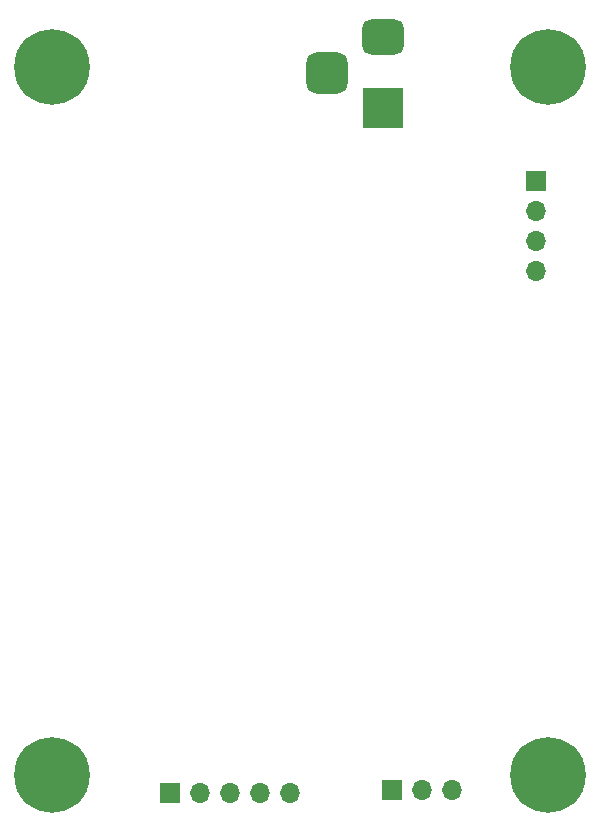
<source format=gbr>
%TF.GenerationSoftware,KiCad,Pcbnew,7.0.2-0*%
%TF.CreationDate,2025-01-08T12:57:52-05:00*%
%TF.ProjectId,plaqchek_power,706c6171-6368-4656-9b5f-706f7765722e,rev?*%
%TF.SameCoordinates,Original*%
%TF.FileFunction,Soldermask,Bot*%
%TF.FilePolarity,Negative*%
%FSLAX46Y46*%
G04 Gerber Fmt 4.6, Leading zero omitted, Abs format (unit mm)*
G04 Created by KiCad (PCBNEW 7.0.2-0) date 2025-01-08 12:57:52*
%MOMM*%
%LPD*%
G01*
G04 APERTURE LIST*
G04 Aperture macros list*
%AMRoundRect*
0 Rectangle with rounded corners*
0 $1 Rounding radius*
0 $2 $3 $4 $5 $6 $7 $8 $9 X,Y pos of 4 corners*
0 Add a 4 corners polygon primitive as box body*
4,1,4,$2,$3,$4,$5,$6,$7,$8,$9,$2,$3,0*
0 Add four circle primitives for the rounded corners*
1,1,$1+$1,$2,$3*
1,1,$1+$1,$4,$5*
1,1,$1+$1,$6,$7*
1,1,$1+$1,$8,$9*
0 Add four rect primitives between the rounded corners*
20,1,$1+$1,$2,$3,$4,$5,0*
20,1,$1+$1,$4,$5,$6,$7,0*
20,1,$1+$1,$6,$7,$8,$9,0*
20,1,$1+$1,$8,$9,$2,$3,0*%
G04 Aperture macros list end*
%ADD10R,3.500000X3.500000*%
%ADD11RoundRect,0.750000X-1.000000X0.750000X-1.000000X-0.750000X1.000000X-0.750000X1.000000X0.750000X0*%
%ADD12RoundRect,0.875000X-0.875000X0.875000X-0.875000X-0.875000X0.875000X-0.875000X0.875000X0.875000X0*%
%ADD13R,1.700000X1.700000*%
%ADD14O,1.700000X1.700000*%
%ADD15C,6.400000*%
G04 APERTURE END LIST*
D10*
%TO.C,J3*%
X154275000Y-64300000D03*
D11*
X154275000Y-58300000D03*
D12*
X149575000Y-61300000D03*
%TD*%
D13*
%TO.C,J1*%
X136275000Y-122300000D03*
D14*
X138815000Y-122300000D03*
X141355000Y-122300000D03*
X143895000Y-122300000D03*
X146435000Y-122300000D03*
%TD*%
D15*
%TO.C,H2*%
X126275000Y-120800000D03*
%TD*%
%TO.C,H4*%
X168275000Y-120800000D03*
%TD*%
D13*
%TO.C,J2*%
X167275000Y-70500000D03*
D14*
X167275000Y-73040000D03*
X167275000Y-75580000D03*
X167275000Y-78120000D03*
%TD*%
D15*
%TO.C,H3*%
X168275000Y-60800000D03*
%TD*%
D13*
%TO.C,J4*%
X155025000Y-122050000D03*
D14*
X157565000Y-122050000D03*
X160105000Y-122050000D03*
%TD*%
D15*
%TO.C,H1*%
X126275000Y-60800000D03*
%TD*%
M02*

</source>
